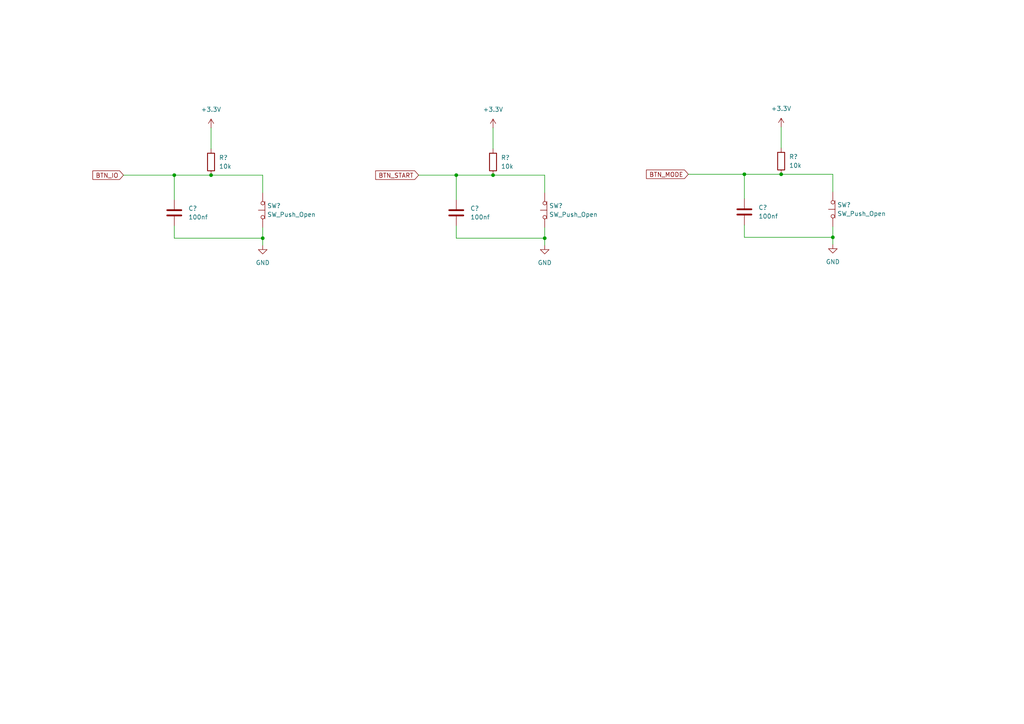
<source format=kicad_sch>
(kicad_sch (version 20211123) (generator eeschema)
  (paper "A4")
  (lib_symbols
    (symbol "Device:C" (pin_numbers hide) (pin_names (offset 0.254))
      (property "Reference" "C" (at 0.635 2.54 0))
      (property "Value" "C" (at 0.635 -2.54 0))
      (symbol "C_0_1"
        (polyline (pts (xy -2.032 -0.762) (xy 2.032 -0.762)) (stroke (width 0.508)))
        (polyline (pts (xy -2.032 0.762) (xy 2.032 0.762)) (stroke (width 0.508)))
      )
      (symbol "C_1_1"
        (pin passive line (at 0 3.81 270) (length 2.794) (name "~") (number "1"))
        (pin passive line (at 0 -3.81 90) (length 2.794) (name "~") (number "2"))
      )
    )
    (symbol "Device:R" (pin_numbers hide) (pin_names (offset 0))
      (property "Reference" "R" (at 2.032 0 90))
      (property "Value" "R" (at 0 0 90))
      (symbol "R_0_1"
        (rectangle (start -1.016 -2.54) (end 1.016 2.54) (stroke (width 0.254)))
      )
      (symbol "R_1_1"
        (pin passive line (at 0 3.81 270) (length 1.27) (name "~") (number "1"))
        (pin passive line (at 0 -3.81 90) (length 1.27) (name "~") (number "2"))
      )
    )
    (symbol "Switch:SW_Push_Open" (pin_numbers hide) (pin_names (offset 1.016) hide)
      (property "Reference" "SW" (at 0 2.54 0))
      (property "Value" "SW_Push_Open" (at 0 -1.905 0))
      (symbol "SW_Push_Open_0_1"
        (circle (center -2.032 0) (radius 0.508))
        (polyline (pts (xy -2.54 -0.635) (xy 2.54 -0.635)))
        (polyline (pts (xy 0 -0.635) (xy 0 1.27)))
        (circle (center 2.032 0) (radius 0.508))
        (pin passive line (at -5.08 0 0) (length 2.54) (name "A") (number "1"))
      )
      (symbol "SW_Push_Open_1_1"
        (pin passive line (at 5.08 0 180) (length 2.54) (name "B") (number "2"))
      )
    )
    (symbol "power:+3.3V" (power) (pin_names (offset 0))
      (property "Value" "+3.3V" (at 0 3.556 0))
      (symbol "+3.3V_0_1"
        (polyline (pts (xy -0.762 1.27) (xy 0 2.54)))
        (polyline (pts (xy 0 0) (xy 0 2.54)))
        (polyline (pts (xy 0 2.54) (xy 0.762 1.27)))
      )
      (symbol "+3.3V_1_1"
        (pin power_in line (at 0 0 90) (length 0) hide (name "+3.3V") (number "1"))
      )
    )
    (symbol "power:GND" (power) (pin_names (offset 0))
      (property "Value" "GND" (at 0 -3.81 0))
      (symbol "GND_0_1"
        (polyline (pts (xy 0 0) (xy 0 -1.27) (xy 1.27 -1.27) (xy 0 -2.54) (xy -1.27 -1.27) (xy 0 -1.27)))
      )
      (symbol "GND_1_1"
        (pin power_in line (at 0 0 270) (length 0) hide (name "GND") (number "1"))
      )
    )
  )
  (junction (at 215.9 50.546))
  (junction (at 143.002 50.8))
  (junction (at 132.334 50.8))
  (junction (at 226.568 50.546))
  (junction (at 50.546 50.8))
  (junction (at 157.988 69.088))
  (junction (at 61.214 50.8))
  (junction (at 76.2 69.088))
  (junction (at 241.554 68.834))
  (wire (pts (xy 76.2 55.88) (xy 76.2 50.8)))
  (wire (pts (xy 50.546 69.088) (xy 76.2 69.088)))
  (wire (pts (xy 132.334 65.532) (xy 132.334 69.088)))
  (wire (pts (xy 215.9 65.278) (xy 215.9 68.834)))
  (wire (pts (xy 157.988 66.04) (xy 157.988 69.088)))
  (wire (pts (xy 241.554 50.546) (xy 226.568 50.546)))
  (wire (pts (xy 132.334 69.088) (xy 157.988 69.088)))
  (wire (pts (xy 241.554 55.626) (xy 241.554 50.546)))
  (wire (pts (xy 76.2 69.088) (xy 76.2 71.12)))
  (wire (pts (xy 157.988 55.88) (xy 157.988 50.8)))
  (wire (pts (xy 241.554 68.834) (xy 241.554 70.866)))
  (wire (pts (xy 61.214 37.084) (xy 61.214 43.18)))
  (wire (pts (xy 215.9 68.834) (xy 241.554 68.834)))
  (wire (pts (xy 215.9 50.546) (xy 226.568 50.546)))
  (wire (pts (xy 50.546 65.532) (xy 50.546 69.088)))
  (wire (pts (xy 157.988 69.088) (xy 157.988 71.12)))
  (wire (pts (xy 157.988 50.8) (xy 143.002 50.8)))
  (wire (pts (xy 121.412 50.8) (xy 132.334 50.8)))
  (wire (pts (xy 132.334 50.8) (xy 143.002 50.8)))
  (wire (pts (xy 50.546 57.912) (xy 50.546 50.8)))
  (wire (pts (xy 215.9 57.658) (xy 215.9 50.546)))
  (wire (pts (xy 132.334 57.912) (xy 132.334 50.8)))
  (wire (pts (xy 76.2 66.04) (xy 76.2 69.088)))
  (wire (pts (xy 143.002 37.084) (xy 143.002 43.18)))
  (wire (pts (xy 226.568 36.83) (xy 226.568 42.926)))
  (wire (pts (xy 241.554 65.786) (xy 241.554 68.834)))
  (wire (pts (xy 50.546 50.8) (xy 61.214 50.8)))
  (wire (pts (xy 35.814 50.8) (xy 50.546 50.8)))
  (wire (pts (xy 199.644 50.546) (xy 215.9 50.546)))
  (wire (pts (xy 76.2 50.8) (xy 61.214 50.8)))
  (global_label "BTN_IO" (shape input) (at 35.814 50.8 180) (property "Intersheet References" "${INTERSHEET_REFS}" (effects hide)))
  (global_label "BTN_MODE" (shape input) (at 199.644 50.546 180) (property "Intersheet References" "${INTERSHEET_REFS}" (effects hide)))
  (global_label "BTN_START" (shape input) (at 121.412 50.8 180) (property "Intersheet References" "${INTERSHEET_REFS}" (effects hide)))
  (symbol (lib_id "Switch:SW_Push_Open") (at 157.988 60.96 90) (unit 1)
    (property "Reference" "SW?" (at 159.258 59.6899 90) (effects (justify right)))
    (property "Value" "SW_Push_Open" (at 159.258 62.2299 90) (effects (justify right)))
  )
  (symbol (lib_id "Device:C") (at 132.334 61.722 0) (unit 1)
    (property "Reference" "C?" (at 136.398 60.4519 0) (effects (justify left)))
    (property "Value" "100nf" (at 136.398 62.9919 0) (effects (justify left)))
  )
  (symbol (lib_id "Switch:SW_Push_Open") (at 241.554 60.706 90) (unit 1)
    (property "Reference" "SW?" (at 242.824 59.4359 90) (effects (justify right)))
    (property "Value" "SW_Push_Open" (at 242.824 61.9759 90) (effects (justify right)))
  )
  (symbol (lib_id "power:+3.3V") (at 143.002 37.084 0) (unit 1)
    (property "Reference" "#PWR?" (effects hide))
    (property "Value" "+3.3V" (at 143.002 31.75 0))
  )
  (symbol (lib_id "power:GND") (at 241.554 70.866 0) (unit 1)
    (property "Reference" "#PWR?" (effects hide))
    (property "Value" "GND" (at 241.554 75.946 0))
  )
  (symbol (lib_id "Device:R") (at 143.002 46.99 0) (unit 1)
    (property "Reference" "R?" (at 145.288 45.7199 0) (effects (justify left)))
    (property "Value" "10k" (at 145.288 48.2599 0) (effects (justify left)))
  )
  (symbol (lib_id "power:GND") (at 76.2 71.12 0) (unit 1)
    (property "Reference" "#PWR?" (effects hide))
    (property "Value" "GND" (at 76.2 76.2 0))
  )
  (symbol (lib_id "Device:C") (at 215.9 61.468 0) (unit 1)
    (property "Reference" "C?" (at 219.964 60.1979 0) (effects (justify left)))
    (property "Value" "100nf" (at 219.964 62.7379 0) (effects (justify left)))
  )
  (symbol (lib_id "power:GND") (at 157.988 71.12 0) (unit 1)
    (property "Reference" "#PWR?" (effects hide))
    (property "Value" "GND" (at 157.988 76.2 0))
  )
  (symbol (lib_id "Device:C") (at 50.546 61.722 0) (unit 1)
    (property "Reference" "C?" (at 54.61 60.4519 0) (effects (justify left)))
    (property "Value" "100nf" (at 54.61 62.9919 0) (effects (justify left)))
  )
  (symbol (lib_id "power:+3.3V") (at 226.568 36.83 0) (unit 1)
    (property "Reference" "#PWR?" (effects hide))
    (property "Value" "+3.3V" (at 226.568 31.496 0))
  )
  (symbol (lib_id "Device:R") (at 226.568 46.736 0) (unit 1)
    (property "Reference" "R?" (at 228.854 45.4659 0) (effects (justify left)))
    (property "Value" "10k" (at 228.854 48.0059 0) (effects (justify left)))
  )
  (symbol (lib_id "Device:R") (at 61.214 46.99 0) (unit 1)
    (property "Reference" "R?" (at 63.5 45.7199 0) (effects (justify left)))
    (property "Value" "10k" (at 63.5 48.2599 0) (effects (justify left)))
  )
  (symbol (lib_id "Switch:SW_Push_Open") (at 76.2 60.96 90) (unit 1)
    (property "Reference" "SW?" (at 77.47 59.6899 90) (effects (justify right)))
    (property "Value" "SW_Push_Open" (at 77.47 62.2299 90) (effects (justify right)))
  )
  (symbol (lib_id "power:+3.3V") (at 61.214 37.084 0) (unit 1)
    (property "Reference" "#PWR?" (effects hide))
    (property "Value" "+3.3V" (at 61.214 31.75 0))
  )
)
</source>
